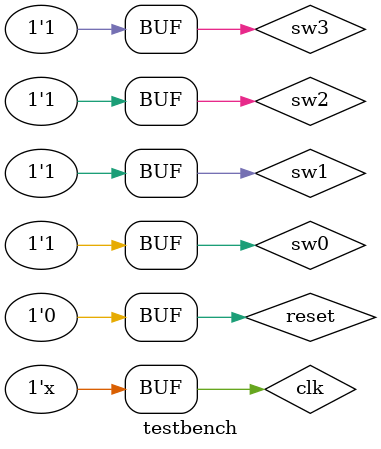
<source format=v>
`timescale 1ns / 1ps


module testbench;

	// Inputs
	reg clk;
	reg reset;
	reg sw0;
	reg sw1;
	reg sw2;
	reg sw3;

	// Outputs
	wire [3:0] an;
	wire [7:0] sseg;

	// Instantiate the Unit Under Test (UUT)
	disp_mux_main_bh uut (
		.clk(clk), 
		.reset(reset), 
		.sw0(sw0), 
		.sw1(sw1), 
		.sw2(sw2), 
		.sw3(sw3), 
		.an(an), 
		.sseg(sseg)
	);

	initial begin
		// Initialize Inputs
			clk = 1'b0;
			reset = 1'b1;
			sw0 = 1'b0;
			sw1 = 1'b0;
			sw2 = 1'b0;
			sw3 = 1'b0;
			#10 reset = 1'b0;

			clk = 1'b0;
			reset = 1'b1;
			sw0 = 1'b0;
			sw1 = 1'b0;
			sw2 = 1'b0;
			sw3 = 1'b1;
			#10 reset = 1'b0;
			
			clk = 1'b0;
			reset = 1'b1;
			sw0 = 1'b0;
			sw1 = 1'b0;
			sw2 = 1'b1;
			sw3 = 1'b0;
			#10 reset = 1'b0;

			clk = 1'b0;
			reset = 1'b1;
			sw0 = 1'b0;
			sw1 = 1'b0;
			sw2 = 1'b1;
			sw3 = 1'b1;
			#10 reset = 1'b0;
			
			clk = 1'b0;
			reset = 1'b1;
			sw0 = 1'b0;
			sw1 = 1'b1;
			sw2 = 1'b0;
			sw3 = 1'b0;
			#10 reset = 1'b0;
			
			clk = 1'b0;
			reset = 1'b1;
			sw0 = 1'b0;
			sw1 = 1'b1;
			sw2 = 1'b0;
			sw3 = 1'b1;
			#10 reset = 1'b0;
			
			clk = 1'b0;
			reset = 1'b1;
			sw0 = 1'b0;
			sw1 = 1'b1;
			sw2 = 1'b1;
			sw3 = 1'b0;
			#10 reset = 1'b0;
			
			clk = 1'b0;
			reset = 1'b1;
			sw0 = 1'b0;
			sw1 = 1'b1;
			sw2 = 1'b1;
			sw3 = 1'b1;
			#10 reset = 1'b0;
			
			clk = 1'b0;
			reset = 1'b1;
			sw0 = 1'b1;
			sw1 = 1'b0;
			sw2 = 1'b0;
			sw3 = 1'b0;
			#10 reset = 1'b0;
			
			clk = 1'b0;
			reset = 1'b1;
			sw0 = 1'b1;
			sw1 = 1'b0;
			sw2 = 1'b0;
			sw3 = 1'b1;
			#10 reset = 1'b0;
			
			clk = 1'b0;
			reset = 1'b1;
			sw0 = 1'b1;
			sw1 = 1'b0;
			sw2 = 1'b1;
			sw3 = 1'b1;
			#10 reset = 1'b0;
			
			clk = 1'b0;
			reset = 1'b1;
			sw0 = 1'b1;
			sw1 = 1'b1;
			sw2 = 1'b0;
			sw3 = 1'b0;
			#10 reset = 1'b0;
			
			clk = 1'b0;
			reset = 1'b1;
			sw0 = 1'b1;
			sw1 = 1'b1;
			sw2 = 1'b0;
			sw3 = 1'b1;
			#10 reset = 1'b0;
			
			clk = 1'b0;
			reset = 1'b1;
			sw0 = 1'b1;
			sw1 = 1'b1;
			sw2 = 1'b1;
			sw3 = 1'b1;
			#10 reset = 1'b0;
	end
always #5 clk=~clk;
endmodule


</source>
